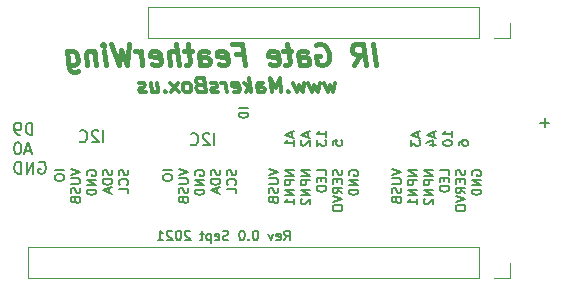
<source format=gbo>
G04 #@! TF.GenerationSoftware,KiCad,Pcbnew,(5.1.10)-1*
G04 #@! TF.CreationDate,2021-09-22T19:22:54-07:00*
G04 #@! TF.ProjectId,HW_IR Featherwing,48575f49-5220-4466-9561-746865727769,rev?*
G04 #@! TF.SameCoordinates,Original*
G04 #@! TF.FileFunction,Legend,Bot*
G04 #@! TF.FilePolarity,Positive*
%FSLAX46Y46*%
G04 Gerber Fmt 4.6, Leading zero omitted, Abs format (unit mm)*
G04 Created by KiCad (PCBNEW (5.1.10)-1) date 2021-09-22 19:22:54*
%MOMM*%
%LPD*%
G01*
G04 APERTURE LIST*
%ADD10C,0.150000*%
%ADD11C,0.437500*%
%ADD12C,0.300000*%
%ADD13C,0.120000*%
G04 APERTURE END LIST*
D10*
X74548952Y-35123428D02*
X73787047Y-35123428D01*
X74168000Y-35504380D02*
X74168000Y-34742476D01*
X30767785Y-36140380D02*
X30767785Y-35140380D01*
X30529690Y-35140380D01*
X30386833Y-35188000D01*
X30291595Y-35283238D01*
X30243976Y-35378476D01*
X30196357Y-35568952D01*
X30196357Y-35711809D01*
X30243976Y-35902285D01*
X30291595Y-35997523D01*
X30386833Y-36092761D01*
X30529690Y-36140380D01*
X30767785Y-36140380D01*
X29720166Y-36140380D02*
X29529690Y-36140380D01*
X29434452Y-36092761D01*
X29386833Y-36045142D01*
X29291595Y-35902285D01*
X29243976Y-35711809D01*
X29243976Y-35330857D01*
X29291595Y-35235619D01*
X29339214Y-35188000D01*
X29434452Y-35140380D01*
X29624928Y-35140380D01*
X29720166Y-35188000D01*
X29767785Y-35235619D01*
X29815404Y-35330857D01*
X29815404Y-35568952D01*
X29767785Y-35664190D01*
X29720166Y-35711809D01*
X29624928Y-35759428D01*
X29434452Y-35759428D01*
X29339214Y-35711809D01*
X29291595Y-35664190D01*
X29243976Y-35568952D01*
X30672547Y-37504666D02*
X30196357Y-37504666D01*
X30767785Y-37790380D02*
X30434452Y-36790380D01*
X30101119Y-37790380D01*
X29577309Y-36790380D02*
X29482071Y-36790380D01*
X29386833Y-36838000D01*
X29339214Y-36885619D01*
X29291595Y-36980857D01*
X29243976Y-37171333D01*
X29243976Y-37409428D01*
X29291595Y-37599904D01*
X29339214Y-37695142D01*
X29386833Y-37742761D01*
X29482071Y-37790380D01*
X29577309Y-37790380D01*
X29672547Y-37742761D01*
X29720166Y-37695142D01*
X29767785Y-37599904D01*
X29815404Y-37409428D01*
X29815404Y-37171333D01*
X29767785Y-36980857D01*
X29720166Y-36885619D01*
X29672547Y-36838000D01*
X29577309Y-36790380D01*
X31339214Y-38488000D02*
X31434452Y-38440380D01*
X31577309Y-38440380D01*
X31720166Y-38488000D01*
X31815404Y-38583238D01*
X31863023Y-38678476D01*
X31910642Y-38868952D01*
X31910642Y-39011809D01*
X31863023Y-39202285D01*
X31815404Y-39297523D01*
X31720166Y-39392761D01*
X31577309Y-39440380D01*
X31482071Y-39440380D01*
X31339214Y-39392761D01*
X31291595Y-39345142D01*
X31291595Y-39011809D01*
X31482071Y-39011809D01*
X30863023Y-39440380D02*
X30863023Y-38440380D01*
X30291595Y-39440380D01*
X30291595Y-38440380D01*
X29815404Y-39440380D02*
X29815404Y-38440380D01*
X29577309Y-38440380D01*
X29434452Y-38488000D01*
X29339214Y-38583238D01*
X29291595Y-38678476D01*
X29243976Y-38868952D01*
X29243976Y-39011809D01*
X29291595Y-39202285D01*
X29339214Y-39297523D01*
X29434452Y-39392761D01*
X29577309Y-39440380D01*
X29815404Y-39440380D01*
X50796904Y-39035690D02*
X51596904Y-39302357D01*
X50796904Y-39569023D01*
X50796904Y-39835690D02*
X51444523Y-39835690D01*
X51520714Y-39873785D01*
X51558809Y-39911880D01*
X51596904Y-39988071D01*
X51596904Y-40140452D01*
X51558809Y-40216642D01*
X51520714Y-40254738D01*
X51444523Y-40292833D01*
X50796904Y-40292833D01*
X51558809Y-40635690D02*
X51596904Y-40749976D01*
X51596904Y-40940452D01*
X51558809Y-41016642D01*
X51520714Y-41054738D01*
X51444523Y-41092833D01*
X51368333Y-41092833D01*
X51292142Y-41054738D01*
X51254047Y-41016642D01*
X51215952Y-40940452D01*
X51177857Y-40788071D01*
X51139761Y-40711880D01*
X51101666Y-40673785D01*
X51025476Y-40635690D01*
X50949285Y-40635690D01*
X50873095Y-40673785D01*
X50835000Y-40711880D01*
X50796904Y-40788071D01*
X50796904Y-40978547D01*
X50835000Y-41092833D01*
X51177857Y-41702357D02*
X51215952Y-41816642D01*
X51254047Y-41854738D01*
X51330238Y-41892833D01*
X51444523Y-41892833D01*
X51520714Y-41854738D01*
X51558809Y-41816642D01*
X51596904Y-41740452D01*
X51596904Y-41435690D01*
X50796904Y-41435690D01*
X50796904Y-41702357D01*
X50835000Y-41778547D01*
X50873095Y-41816642D01*
X50949285Y-41854738D01*
X51025476Y-41854738D01*
X51101666Y-41816642D01*
X51139761Y-41778547D01*
X51177857Y-41702357D01*
X51177857Y-41435690D01*
X52946904Y-39149976D02*
X52146904Y-39149976D01*
X52946904Y-39607119D01*
X52146904Y-39607119D01*
X52946904Y-39988071D02*
X52146904Y-39988071D01*
X52146904Y-40292833D01*
X52185000Y-40369023D01*
X52223095Y-40407119D01*
X52299285Y-40445214D01*
X52413571Y-40445214D01*
X52489761Y-40407119D01*
X52527857Y-40369023D01*
X52565952Y-40292833D01*
X52565952Y-39988071D01*
X52946904Y-40788071D02*
X52146904Y-40788071D01*
X52946904Y-41245214D01*
X52146904Y-41245214D01*
X52946904Y-42045214D02*
X52946904Y-41588071D01*
X52946904Y-41816642D02*
X52146904Y-41816642D01*
X52261190Y-41740452D01*
X52337380Y-41664261D01*
X52375476Y-41588071D01*
X54296904Y-39149976D02*
X53496904Y-39149976D01*
X54296904Y-39607119D01*
X53496904Y-39607119D01*
X54296904Y-39988071D02*
X53496904Y-39988071D01*
X53496904Y-40292833D01*
X53535000Y-40369023D01*
X53573095Y-40407119D01*
X53649285Y-40445214D01*
X53763571Y-40445214D01*
X53839761Y-40407119D01*
X53877857Y-40369023D01*
X53915952Y-40292833D01*
X53915952Y-39988071D01*
X54296904Y-40788071D02*
X53496904Y-40788071D01*
X54296904Y-41245214D01*
X53496904Y-41245214D01*
X53573095Y-41588071D02*
X53535000Y-41626166D01*
X53496904Y-41702357D01*
X53496904Y-41892833D01*
X53535000Y-41969023D01*
X53573095Y-42007119D01*
X53649285Y-42045214D01*
X53725476Y-42045214D01*
X53839761Y-42007119D01*
X54296904Y-41549976D01*
X54296904Y-42045214D01*
X55646904Y-39530928D02*
X55646904Y-39149976D01*
X54846904Y-39149976D01*
X55227857Y-39797595D02*
X55227857Y-40064261D01*
X55646904Y-40178547D02*
X55646904Y-39797595D01*
X54846904Y-39797595D01*
X54846904Y-40178547D01*
X55646904Y-40521404D02*
X54846904Y-40521404D01*
X54846904Y-40711880D01*
X54885000Y-40826166D01*
X54961190Y-40902357D01*
X55037380Y-40940452D01*
X55189761Y-40978547D01*
X55304047Y-40978547D01*
X55456428Y-40940452D01*
X55532619Y-40902357D01*
X55608809Y-40826166D01*
X55646904Y-40711880D01*
X55646904Y-40521404D01*
X56958809Y-39111880D02*
X56996904Y-39226166D01*
X56996904Y-39416642D01*
X56958809Y-39492833D01*
X56920714Y-39530928D01*
X56844523Y-39569023D01*
X56768333Y-39569023D01*
X56692142Y-39530928D01*
X56654047Y-39492833D01*
X56615952Y-39416642D01*
X56577857Y-39264261D01*
X56539761Y-39188071D01*
X56501666Y-39149976D01*
X56425476Y-39111880D01*
X56349285Y-39111880D01*
X56273095Y-39149976D01*
X56235000Y-39188071D01*
X56196904Y-39264261D01*
X56196904Y-39454738D01*
X56235000Y-39569023D01*
X56577857Y-39911880D02*
X56577857Y-40178547D01*
X56996904Y-40292833D02*
X56996904Y-39911880D01*
X56196904Y-39911880D01*
X56196904Y-40292833D01*
X56996904Y-41092833D02*
X56615952Y-40826166D01*
X56996904Y-40635690D02*
X56196904Y-40635690D01*
X56196904Y-40940452D01*
X56235000Y-41016642D01*
X56273095Y-41054738D01*
X56349285Y-41092833D01*
X56463571Y-41092833D01*
X56539761Y-41054738D01*
X56577857Y-41016642D01*
X56615952Y-40940452D01*
X56615952Y-40635690D01*
X56196904Y-41321404D02*
X56996904Y-41588071D01*
X56196904Y-41854738D01*
X56196904Y-42273785D02*
X56196904Y-42426166D01*
X56235000Y-42502357D01*
X56311190Y-42578547D01*
X56463571Y-42616642D01*
X56730238Y-42616642D01*
X56882619Y-42578547D01*
X56958809Y-42502357D01*
X56996904Y-42426166D01*
X56996904Y-42273785D01*
X56958809Y-42197595D01*
X56882619Y-42121404D01*
X56730238Y-42083309D01*
X56463571Y-42083309D01*
X56311190Y-42121404D01*
X56235000Y-42197595D01*
X56196904Y-42273785D01*
X57585000Y-39569023D02*
X57546904Y-39492833D01*
X57546904Y-39378547D01*
X57585000Y-39264261D01*
X57661190Y-39188071D01*
X57737380Y-39149976D01*
X57889761Y-39111880D01*
X58004047Y-39111880D01*
X58156428Y-39149976D01*
X58232619Y-39188071D01*
X58308809Y-39264261D01*
X58346904Y-39378547D01*
X58346904Y-39454738D01*
X58308809Y-39569023D01*
X58270714Y-39607119D01*
X58004047Y-39607119D01*
X58004047Y-39454738D01*
X58346904Y-39949976D02*
X57546904Y-39949976D01*
X58346904Y-40407119D01*
X57546904Y-40407119D01*
X58346904Y-40788071D02*
X57546904Y-40788071D01*
X57546904Y-40978547D01*
X57585000Y-41092833D01*
X57661190Y-41169023D01*
X57737380Y-41207119D01*
X57889761Y-41245214D01*
X58004047Y-41245214D01*
X58156428Y-41207119D01*
X58232619Y-41169023D01*
X58308809Y-41092833D01*
X58346904Y-40978547D01*
X58346904Y-40788071D01*
X42619904Y-39149976D02*
X41819904Y-39149976D01*
X41819904Y-39683309D02*
X41819904Y-39835690D01*
X41858000Y-39911880D01*
X41934190Y-39988071D01*
X42086571Y-40026166D01*
X42353238Y-40026166D01*
X42505619Y-39988071D01*
X42581809Y-39911880D01*
X42619904Y-39835690D01*
X42619904Y-39683309D01*
X42581809Y-39607119D01*
X42505619Y-39530928D01*
X42353238Y-39492833D01*
X42086571Y-39492833D01*
X41934190Y-39530928D01*
X41858000Y-39607119D01*
X41819904Y-39683309D01*
X43169904Y-39035690D02*
X43969904Y-39302357D01*
X43169904Y-39569023D01*
X43169904Y-39835690D02*
X43817523Y-39835690D01*
X43893714Y-39873785D01*
X43931809Y-39911880D01*
X43969904Y-39988071D01*
X43969904Y-40140452D01*
X43931809Y-40216642D01*
X43893714Y-40254738D01*
X43817523Y-40292833D01*
X43169904Y-40292833D01*
X43931809Y-40635690D02*
X43969904Y-40749976D01*
X43969904Y-40940452D01*
X43931809Y-41016642D01*
X43893714Y-41054738D01*
X43817523Y-41092833D01*
X43741333Y-41092833D01*
X43665142Y-41054738D01*
X43627047Y-41016642D01*
X43588952Y-40940452D01*
X43550857Y-40788071D01*
X43512761Y-40711880D01*
X43474666Y-40673785D01*
X43398476Y-40635690D01*
X43322285Y-40635690D01*
X43246095Y-40673785D01*
X43208000Y-40711880D01*
X43169904Y-40788071D01*
X43169904Y-40978547D01*
X43208000Y-41092833D01*
X43550857Y-41702357D02*
X43588952Y-41816642D01*
X43627047Y-41854738D01*
X43703238Y-41892833D01*
X43817523Y-41892833D01*
X43893714Y-41854738D01*
X43931809Y-41816642D01*
X43969904Y-41740452D01*
X43969904Y-41435690D01*
X43169904Y-41435690D01*
X43169904Y-41702357D01*
X43208000Y-41778547D01*
X43246095Y-41816642D01*
X43322285Y-41854738D01*
X43398476Y-41854738D01*
X43474666Y-41816642D01*
X43512761Y-41778547D01*
X43550857Y-41702357D01*
X43550857Y-41435690D01*
X44558000Y-39569023D02*
X44519904Y-39492833D01*
X44519904Y-39378547D01*
X44558000Y-39264261D01*
X44634190Y-39188071D01*
X44710380Y-39149976D01*
X44862761Y-39111880D01*
X44977047Y-39111880D01*
X45129428Y-39149976D01*
X45205619Y-39188071D01*
X45281809Y-39264261D01*
X45319904Y-39378547D01*
X45319904Y-39454738D01*
X45281809Y-39569023D01*
X45243714Y-39607119D01*
X44977047Y-39607119D01*
X44977047Y-39454738D01*
X45319904Y-39949976D02*
X44519904Y-39949976D01*
X45319904Y-40407119D01*
X44519904Y-40407119D01*
X45319904Y-40788071D02*
X44519904Y-40788071D01*
X44519904Y-40978547D01*
X44558000Y-41092833D01*
X44634190Y-41169023D01*
X44710380Y-41207119D01*
X44862761Y-41245214D01*
X44977047Y-41245214D01*
X45129428Y-41207119D01*
X45205619Y-41169023D01*
X45281809Y-41092833D01*
X45319904Y-40978547D01*
X45319904Y-40788071D01*
X46631809Y-39111880D02*
X46669904Y-39226166D01*
X46669904Y-39416642D01*
X46631809Y-39492833D01*
X46593714Y-39530928D01*
X46517523Y-39569023D01*
X46441333Y-39569023D01*
X46365142Y-39530928D01*
X46327047Y-39492833D01*
X46288952Y-39416642D01*
X46250857Y-39264261D01*
X46212761Y-39188071D01*
X46174666Y-39149976D01*
X46098476Y-39111880D01*
X46022285Y-39111880D01*
X45946095Y-39149976D01*
X45908000Y-39188071D01*
X45869904Y-39264261D01*
X45869904Y-39454738D01*
X45908000Y-39569023D01*
X46669904Y-39911880D02*
X45869904Y-39911880D01*
X45869904Y-40102357D01*
X45908000Y-40216642D01*
X45984190Y-40292833D01*
X46060380Y-40330928D01*
X46212761Y-40369023D01*
X46327047Y-40369023D01*
X46479428Y-40330928D01*
X46555619Y-40292833D01*
X46631809Y-40216642D01*
X46669904Y-40102357D01*
X46669904Y-39911880D01*
X46441333Y-40673785D02*
X46441333Y-41054738D01*
X46669904Y-40597595D02*
X45869904Y-40864261D01*
X46669904Y-41130928D01*
X47981809Y-39111880D02*
X48019904Y-39226166D01*
X48019904Y-39416642D01*
X47981809Y-39492833D01*
X47943714Y-39530928D01*
X47867523Y-39569023D01*
X47791333Y-39569023D01*
X47715142Y-39530928D01*
X47677047Y-39492833D01*
X47638952Y-39416642D01*
X47600857Y-39264261D01*
X47562761Y-39188071D01*
X47524666Y-39149976D01*
X47448476Y-39111880D01*
X47372285Y-39111880D01*
X47296095Y-39149976D01*
X47258000Y-39188071D01*
X47219904Y-39264261D01*
X47219904Y-39454738D01*
X47258000Y-39569023D01*
X47943714Y-40369023D02*
X47981809Y-40330928D01*
X48019904Y-40216642D01*
X48019904Y-40140452D01*
X47981809Y-40026166D01*
X47905619Y-39949976D01*
X47829428Y-39911880D01*
X47677047Y-39873785D01*
X47562761Y-39873785D01*
X47410380Y-39911880D01*
X47334190Y-39949976D01*
X47258000Y-40026166D01*
X47219904Y-40140452D01*
X47219904Y-40216642D01*
X47258000Y-40330928D01*
X47296095Y-40369023D01*
X48019904Y-41092833D02*
X48019904Y-40711880D01*
X47219904Y-40711880D01*
X52718333Y-35945261D02*
X52718333Y-36326214D01*
X52946904Y-35869071D02*
X52146904Y-36135738D01*
X52946904Y-36402404D01*
X52946904Y-37088119D02*
X52946904Y-36630976D01*
X52946904Y-36859547D02*
X52146904Y-36859547D01*
X52261190Y-36783357D01*
X52337380Y-36707166D01*
X52375476Y-36630976D01*
X54068333Y-35945261D02*
X54068333Y-36326214D01*
X54296904Y-35869071D02*
X53496904Y-36135738D01*
X54296904Y-36402404D01*
X53573095Y-36630976D02*
X53535000Y-36669071D01*
X53496904Y-36745261D01*
X53496904Y-36935738D01*
X53535000Y-37011928D01*
X53573095Y-37050023D01*
X53649285Y-37088119D01*
X53725476Y-37088119D01*
X53839761Y-37050023D01*
X54296904Y-36592880D01*
X54296904Y-37088119D01*
X55646904Y-36326214D02*
X55646904Y-35869071D01*
X55646904Y-36097642D02*
X54846904Y-36097642D01*
X54961190Y-36021452D01*
X55037380Y-35945261D01*
X55075476Y-35869071D01*
X54846904Y-36592880D02*
X54846904Y-37088119D01*
X55151666Y-36821452D01*
X55151666Y-36935738D01*
X55189761Y-37011928D01*
X55227857Y-37050023D01*
X55304047Y-37088119D01*
X55494523Y-37088119D01*
X55570714Y-37050023D01*
X55608809Y-37011928D01*
X55646904Y-36935738D01*
X55646904Y-36707166D01*
X55608809Y-36630976D01*
X55570714Y-36592880D01*
X56196904Y-37050023D02*
X56196904Y-36669071D01*
X56577857Y-36630976D01*
X56539761Y-36669071D01*
X56501666Y-36745261D01*
X56501666Y-36935738D01*
X56539761Y-37011928D01*
X56577857Y-37050023D01*
X56654047Y-37088119D01*
X56844523Y-37088119D01*
X56920714Y-37050023D01*
X56958809Y-37011928D01*
X56996904Y-36935738D01*
X56996904Y-36745261D01*
X56958809Y-36669071D01*
X56920714Y-36630976D01*
X63386333Y-35945261D02*
X63386333Y-36326214D01*
X63614904Y-35869071D02*
X62814904Y-36135738D01*
X63614904Y-36402404D01*
X62814904Y-36592880D02*
X62814904Y-37088119D01*
X63119666Y-36821452D01*
X63119666Y-36935738D01*
X63157761Y-37011928D01*
X63195857Y-37050023D01*
X63272047Y-37088119D01*
X63462523Y-37088119D01*
X63538714Y-37050023D01*
X63576809Y-37011928D01*
X63614904Y-36935738D01*
X63614904Y-36707166D01*
X63576809Y-36630976D01*
X63538714Y-36592880D01*
X64736333Y-35945261D02*
X64736333Y-36326214D01*
X64964904Y-35869071D02*
X64164904Y-36135738D01*
X64964904Y-36402404D01*
X64431571Y-37011928D02*
X64964904Y-37011928D01*
X64126809Y-36821452D02*
X64698238Y-36630976D01*
X64698238Y-37126214D01*
X66314904Y-36326214D02*
X66314904Y-35869071D01*
X66314904Y-36097642D02*
X65514904Y-36097642D01*
X65629190Y-36021452D01*
X65705380Y-35945261D01*
X65743476Y-35869071D01*
X65514904Y-36821452D02*
X65514904Y-36897642D01*
X65553000Y-36973833D01*
X65591095Y-37011928D01*
X65667285Y-37050023D01*
X65819666Y-37088119D01*
X66010142Y-37088119D01*
X66162523Y-37050023D01*
X66238714Y-37011928D01*
X66276809Y-36973833D01*
X66314904Y-36897642D01*
X66314904Y-36821452D01*
X66276809Y-36745261D01*
X66238714Y-36707166D01*
X66162523Y-36669071D01*
X66010142Y-36630976D01*
X65819666Y-36630976D01*
X65667285Y-36669071D01*
X65591095Y-36707166D01*
X65553000Y-36745261D01*
X65514904Y-36821452D01*
X66864904Y-37011928D02*
X66864904Y-36859547D01*
X66903000Y-36783357D01*
X66941095Y-36745261D01*
X67055380Y-36669071D01*
X67207761Y-36630976D01*
X67512523Y-36630976D01*
X67588714Y-36669071D01*
X67626809Y-36707166D01*
X67664904Y-36783357D01*
X67664904Y-36935738D01*
X67626809Y-37011928D01*
X67588714Y-37050023D01*
X67512523Y-37088119D01*
X67322047Y-37088119D01*
X67245857Y-37050023D01*
X67207761Y-37011928D01*
X67169666Y-36935738D01*
X67169666Y-36783357D01*
X67207761Y-36707166D01*
X67245857Y-36669071D01*
X67322047Y-36630976D01*
X46188190Y-37028380D02*
X46188190Y-36028380D01*
X45759619Y-36123619D02*
X45712000Y-36076000D01*
X45616761Y-36028380D01*
X45378666Y-36028380D01*
X45283428Y-36076000D01*
X45235809Y-36123619D01*
X45188190Y-36218857D01*
X45188190Y-36314095D01*
X45235809Y-36456952D01*
X45807238Y-37028380D01*
X45188190Y-37028380D01*
X44188190Y-36933142D02*
X44235809Y-36980761D01*
X44378666Y-37028380D01*
X44473904Y-37028380D01*
X44616761Y-36980761D01*
X44712000Y-36885523D01*
X44759619Y-36790285D01*
X44807238Y-36599809D01*
X44807238Y-36456952D01*
X44759619Y-36266476D01*
X44712000Y-36171238D01*
X44616761Y-36076000D01*
X44473904Y-36028380D01*
X44378666Y-36028380D01*
X44235809Y-36076000D01*
X44188190Y-36123619D01*
X36790190Y-36774380D02*
X36790190Y-35774380D01*
X36361619Y-35869619D02*
X36314000Y-35822000D01*
X36218761Y-35774380D01*
X35980666Y-35774380D01*
X35885428Y-35822000D01*
X35837809Y-35869619D01*
X35790190Y-35964857D01*
X35790190Y-36060095D01*
X35837809Y-36202952D01*
X36409238Y-36774380D01*
X35790190Y-36774380D01*
X34790190Y-36679142D02*
X34837809Y-36726761D01*
X34980666Y-36774380D01*
X35075904Y-36774380D01*
X35218761Y-36726761D01*
X35314000Y-36631523D01*
X35361619Y-36536285D01*
X35409238Y-36345809D01*
X35409238Y-36202952D01*
X35361619Y-36012476D01*
X35314000Y-35917238D01*
X35218761Y-35822000D01*
X35075904Y-35774380D01*
X34980666Y-35774380D01*
X34837809Y-35822000D01*
X34790190Y-35869619D01*
X52086880Y-45065904D02*
X52353547Y-44684952D01*
X52544023Y-45065904D02*
X52544023Y-44265904D01*
X52239261Y-44265904D01*
X52163071Y-44304000D01*
X52124976Y-44342095D01*
X52086880Y-44418285D01*
X52086880Y-44532571D01*
X52124976Y-44608761D01*
X52163071Y-44646857D01*
X52239261Y-44684952D01*
X52544023Y-44684952D01*
X51439261Y-45027809D02*
X51515452Y-45065904D01*
X51667833Y-45065904D01*
X51744023Y-45027809D01*
X51782119Y-44951619D01*
X51782119Y-44646857D01*
X51744023Y-44570666D01*
X51667833Y-44532571D01*
X51515452Y-44532571D01*
X51439261Y-44570666D01*
X51401166Y-44646857D01*
X51401166Y-44723047D01*
X51782119Y-44799238D01*
X51134500Y-44532571D02*
X50944023Y-45065904D01*
X50753547Y-44532571D01*
X49686880Y-44265904D02*
X49610690Y-44265904D01*
X49534500Y-44304000D01*
X49496404Y-44342095D01*
X49458309Y-44418285D01*
X49420214Y-44570666D01*
X49420214Y-44761142D01*
X49458309Y-44913523D01*
X49496404Y-44989714D01*
X49534500Y-45027809D01*
X49610690Y-45065904D01*
X49686880Y-45065904D01*
X49763071Y-45027809D01*
X49801166Y-44989714D01*
X49839261Y-44913523D01*
X49877357Y-44761142D01*
X49877357Y-44570666D01*
X49839261Y-44418285D01*
X49801166Y-44342095D01*
X49763071Y-44304000D01*
X49686880Y-44265904D01*
X49077357Y-44989714D02*
X49039261Y-45027809D01*
X49077357Y-45065904D01*
X49115452Y-45027809D01*
X49077357Y-44989714D01*
X49077357Y-45065904D01*
X48544023Y-44265904D02*
X48467833Y-44265904D01*
X48391642Y-44304000D01*
X48353547Y-44342095D01*
X48315452Y-44418285D01*
X48277357Y-44570666D01*
X48277357Y-44761142D01*
X48315452Y-44913523D01*
X48353547Y-44989714D01*
X48391642Y-45027809D01*
X48467833Y-45065904D01*
X48544023Y-45065904D01*
X48620214Y-45027809D01*
X48658309Y-44989714D01*
X48696404Y-44913523D01*
X48734500Y-44761142D01*
X48734500Y-44570666D01*
X48696404Y-44418285D01*
X48658309Y-44342095D01*
X48620214Y-44304000D01*
X48544023Y-44265904D01*
X47363071Y-45027809D02*
X47248785Y-45065904D01*
X47058309Y-45065904D01*
X46982119Y-45027809D01*
X46944023Y-44989714D01*
X46905928Y-44913523D01*
X46905928Y-44837333D01*
X46944023Y-44761142D01*
X46982119Y-44723047D01*
X47058309Y-44684952D01*
X47210690Y-44646857D01*
X47286880Y-44608761D01*
X47324976Y-44570666D01*
X47363071Y-44494476D01*
X47363071Y-44418285D01*
X47324976Y-44342095D01*
X47286880Y-44304000D01*
X47210690Y-44265904D01*
X47020214Y-44265904D01*
X46905928Y-44304000D01*
X46258309Y-45027809D02*
X46334499Y-45065904D01*
X46486880Y-45065904D01*
X46563071Y-45027809D01*
X46601166Y-44951619D01*
X46601166Y-44646857D01*
X46563071Y-44570666D01*
X46486880Y-44532571D01*
X46334499Y-44532571D01*
X46258309Y-44570666D01*
X46220214Y-44646857D01*
X46220214Y-44723047D01*
X46601166Y-44799238D01*
X45877357Y-44532571D02*
X45877357Y-45332571D01*
X45877357Y-44570666D02*
X45801166Y-44532571D01*
X45648785Y-44532571D01*
X45572595Y-44570666D01*
X45534500Y-44608761D01*
X45496404Y-44684952D01*
X45496404Y-44913523D01*
X45534500Y-44989714D01*
X45572595Y-45027809D01*
X45648785Y-45065904D01*
X45801166Y-45065904D01*
X45877357Y-45027809D01*
X45267833Y-44532571D02*
X44963071Y-44532571D01*
X45153547Y-44265904D02*
X45153547Y-44951619D01*
X45115452Y-45027809D01*
X45039261Y-45065904D01*
X44963071Y-45065904D01*
X44124976Y-44342095D02*
X44086880Y-44304000D01*
X44010690Y-44265904D01*
X43820214Y-44265904D01*
X43744023Y-44304000D01*
X43705928Y-44342095D01*
X43667833Y-44418285D01*
X43667833Y-44494476D01*
X43705928Y-44608761D01*
X44163071Y-45065904D01*
X43667833Y-45065904D01*
X43172595Y-44265904D02*
X43096404Y-44265904D01*
X43020214Y-44304000D01*
X42982119Y-44342095D01*
X42944023Y-44418285D01*
X42905928Y-44570666D01*
X42905928Y-44761142D01*
X42944023Y-44913523D01*
X42982119Y-44989714D01*
X43020214Y-45027809D01*
X43096404Y-45065904D01*
X43172595Y-45065904D01*
X43248785Y-45027809D01*
X43286880Y-44989714D01*
X43324976Y-44913523D01*
X43363071Y-44761142D01*
X43363071Y-44570666D01*
X43324976Y-44418285D01*
X43286880Y-44342095D01*
X43248785Y-44304000D01*
X43172595Y-44265904D01*
X42601166Y-44342095D02*
X42563071Y-44304000D01*
X42486880Y-44265904D01*
X42296404Y-44265904D01*
X42220214Y-44304000D01*
X42182119Y-44342095D01*
X42144023Y-44418285D01*
X42144023Y-44494476D01*
X42182119Y-44608761D01*
X42639261Y-45065904D01*
X42144023Y-45065904D01*
X41382119Y-45065904D02*
X41839261Y-45065904D01*
X41610690Y-45065904D02*
X41610690Y-44265904D01*
X41686880Y-44380190D01*
X41763071Y-44456380D01*
X41839261Y-44494476D01*
D11*
X59829859Y-30255666D02*
X59611109Y-28505666D01*
X57996526Y-30255666D02*
X58475692Y-29422333D01*
X58996526Y-30255666D02*
X58777776Y-28505666D01*
X58111109Y-28505666D01*
X57954859Y-28589000D01*
X57881942Y-28672333D01*
X57819442Y-28839000D01*
X57850692Y-29089000D01*
X57954859Y-29255666D01*
X58048609Y-29339000D01*
X58225692Y-29422333D01*
X58892359Y-29422333D01*
X54788192Y-28589000D02*
X54944442Y-28505666D01*
X55194442Y-28505666D01*
X55454859Y-28589000D01*
X55642359Y-28755666D01*
X55746526Y-28922333D01*
X55871526Y-29255666D01*
X55902776Y-29505666D01*
X55861109Y-29839000D01*
X55798609Y-30005666D01*
X55652776Y-30172333D01*
X55413192Y-30255666D01*
X55246526Y-30255666D01*
X54986109Y-30172333D01*
X54892359Y-30089000D01*
X54819442Y-29505666D01*
X55152776Y-29505666D01*
X53413192Y-30255666D02*
X53298609Y-29339000D01*
X53361109Y-29172333D01*
X53517359Y-29089000D01*
X53850692Y-29089000D01*
X54027776Y-29172333D01*
X53402776Y-30172333D02*
X53579859Y-30255666D01*
X53996526Y-30255666D01*
X54152776Y-30172333D01*
X54215276Y-30005666D01*
X54194442Y-29839000D01*
X54090276Y-29672333D01*
X53913192Y-29589000D01*
X53496526Y-29589000D01*
X53319442Y-29505666D01*
X52684026Y-29089000D02*
X52017359Y-29089000D01*
X52361109Y-28505666D02*
X52548609Y-30005666D01*
X52486109Y-30172333D01*
X52329859Y-30255666D01*
X52163192Y-30255666D01*
X50902776Y-30172333D02*
X51079859Y-30255666D01*
X51413192Y-30255666D01*
X51569442Y-30172333D01*
X51631942Y-30005666D01*
X51548609Y-29339000D01*
X51444442Y-29172333D01*
X51267359Y-29089000D01*
X50934026Y-29089000D01*
X50777776Y-29172333D01*
X50715276Y-29339000D01*
X50736109Y-29505666D01*
X51590276Y-29672333D01*
X48048609Y-29339000D02*
X48631942Y-29339000D01*
X48746526Y-30255666D02*
X48527776Y-28505666D01*
X47694442Y-28505666D01*
X46569442Y-30172333D02*
X46746526Y-30255666D01*
X47079859Y-30255666D01*
X47236109Y-30172333D01*
X47298609Y-30005666D01*
X47215276Y-29339000D01*
X47111109Y-29172333D01*
X46934026Y-29089000D01*
X46600692Y-29089000D01*
X46444442Y-29172333D01*
X46381942Y-29339000D01*
X46402776Y-29505666D01*
X47256942Y-29672333D01*
X44996526Y-30255666D02*
X44881942Y-29339000D01*
X44944442Y-29172333D01*
X45100692Y-29089000D01*
X45434026Y-29089000D01*
X45611109Y-29172333D01*
X44986109Y-30172333D02*
X45163192Y-30255666D01*
X45579859Y-30255666D01*
X45736109Y-30172333D01*
X45798609Y-30005666D01*
X45777776Y-29839000D01*
X45673609Y-29672333D01*
X45496526Y-29589000D01*
X45079859Y-29589000D01*
X44902776Y-29505666D01*
X44267359Y-29089000D02*
X43600692Y-29089000D01*
X43944442Y-28505666D02*
X44131942Y-30005666D01*
X44069442Y-30172333D01*
X43913192Y-30255666D01*
X43746526Y-30255666D01*
X43163192Y-30255666D02*
X42944442Y-28505666D01*
X42413192Y-30255666D02*
X42298609Y-29339000D01*
X42361109Y-29172333D01*
X42517359Y-29089000D01*
X42767359Y-29089000D01*
X42944442Y-29172333D01*
X43038192Y-29255666D01*
X40902776Y-30172333D02*
X41079859Y-30255666D01*
X41413192Y-30255666D01*
X41569442Y-30172333D01*
X41631942Y-30005666D01*
X41548609Y-29339000D01*
X41444442Y-29172333D01*
X41267359Y-29089000D01*
X40934026Y-29089000D01*
X40777776Y-29172333D01*
X40715276Y-29339000D01*
X40736109Y-29505666D01*
X41590276Y-29672333D01*
X40079859Y-30255666D02*
X39934026Y-29089000D01*
X39975692Y-29422333D02*
X39871526Y-29255666D01*
X39777776Y-29172333D01*
X39600692Y-29089000D01*
X39434026Y-29089000D01*
X38944442Y-28505666D02*
X38746526Y-30255666D01*
X38256942Y-29005666D01*
X38079859Y-30255666D01*
X37444442Y-28505666D01*
X36996526Y-30255666D02*
X36850692Y-29089000D01*
X36777776Y-28505666D02*
X36871526Y-28589000D01*
X36798609Y-28672333D01*
X36704859Y-28589000D01*
X36777776Y-28505666D01*
X36798609Y-28672333D01*
X36017359Y-29089000D02*
X36163192Y-30255666D01*
X36038192Y-29255666D02*
X35944442Y-29172333D01*
X35767359Y-29089000D01*
X35517359Y-29089000D01*
X35361109Y-29172333D01*
X35298609Y-29339000D01*
X35413192Y-30255666D01*
X33684026Y-29089000D02*
X33861109Y-30505666D01*
X33965276Y-30672333D01*
X34059026Y-30755666D01*
X34236109Y-30839000D01*
X34486109Y-30839000D01*
X34642359Y-30755666D01*
X33819442Y-30172333D02*
X33996526Y-30255666D01*
X34329859Y-30255666D01*
X34486109Y-30172333D01*
X34559026Y-30089000D01*
X34621526Y-29922333D01*
X34559026Y-29422333D01*
X34454859Y-29255666D01*
X34361109Y-29172333D01*
X34184026Y-29089000D01*
X33850692Y-29089000D01*
X33694442Y-29172333D01*
D12*
X56399050Y-31736142D02*
X56265122Y-32569476D01*
X55952622Y-31974238D01*
X55788931Y-32569476D01*
X55446669Y-31736142D01*
X55089526Y-31736142D02*
X54955598Y-32569476D01*
X54643098Y-31974238D01*
X54479407Y-32569476D01*
X54137145Y-31736142D01*
X53780002Y-31736142D02*
X53646074Y-32569476D01*
X53333574Y-31974238D01*
X53169883Y-32569476D01*
X52827622Y-31736142D01*
X52440717Y-32450428D02*
X52388633Y-32509952D01*
X52455598Y-32569476D01*
X52507681Y-32509952D01*
X52440717Y-32450428D01*
X52455598Y-32569476D01*
X51860360Y-32569476D02*
X51704110Y-31319476D01*
X51399050Y-32212333D01*
X50870776Y-31319476D01*
X51027026Y-32569476D01*
X49896074Y-32569476D02*
X49814229Y-31914714D01*
X49858872Y-31795666D01*
X49970479Y-31736142D01*
X50208574Y-31736142D01*
X50335062Y-31795666D01*
X49888633Y-32509952D02*
X50015122Y-32569476D01*
X50312741Y-32569476D01*
X50424348Y-32509952D01*
X50468991Y-32390904D01*
X50454110Y-32271857D01*
X50379705Y-32152809D01*
X50253217Y-32093285D01*
X49955598Y-32093285D01*
X49829110Y-32033761D01*
X49300836Y-32569476D02*
X49144586Y-31319476D01*
X49122264Y-32093285D02*
X48824645Y-32569476D01*
X48720479Y-31736142D02*
X49256193Y-32212333D01*
X47805300Y-32509952D02*
X47931788Y-32569476D01*
X48169883Y-32569476D01*
X48281491Y-32509952D01*
X48326133Y-32390904D01*
X48266610Y-31914714D01*
X48192205Y-31795666D01*
X48065717Y-31736142D01*
X47827622Y-31736142D01*
X47716014Y-31795666D01*
X47671372Y-31914714D01*
X47686252Y-32033761D01*
X48296372Y-32152809D01*
X47217502Y-32569476D02*
X47113336Y-31736142D01*
X47143098Y-31974238D02*
X47068693Y-31855190D01*
X47001729Y-31795666D01*
X46875241Y-31736142D01*
X46756193Y-31736142D01*
X46495776Y-32509952D02*
X46384169Y-32569476D01*
X46146074Y-32569476D01*
X46019586Y-32509952D01*
X45945181Y-32390904D01*
X45937741Y-32331380D01*
X45982383Y-32212333D01*
X46093991Y-32152809D01*
X46272562Y-32152809D01*
X46384169Y-32093285D01*
X46428812Y-31974238D01*
X46421372Y-31914714D01*
X46346967Y-31795666D01*
X46220479Y-31736142D01*
X46041907Y-31736142D01*
X45930300Y-31795666D01*
X44933276Y-31914714D02*
X44762145Y-31974238D01*
X44710062Y-32033761D01*
X44665419Y-32152809D01*
X44687741Y-32331380D01*
X44762145Y-32450428D01*
X44829110Y-32509952D01*
X44955598Y-32569476D01*
X45431788Y-32569476D01*
X45275538Y-31319476D01*
X44858872Y-31319476D01*
X44747264Y-31379000D01*
X44695181Y-31438523D01*
X44650538Y-31557571D01*
X44665419Y-31676619D01*
X44739824Y-31795666D01*
X44806788Y-31855190D01*
X44933276Y-31914714D01*
X45349943Y-31914714D01*
X44003217Y-32569476D02*
X44114824Y-32509952D01*
X44166907Y-32450428D01*
X44211550Y-32331380D01*
X44166907Y-31974238D01*
X44092502Y-31855190D01*
X44025538Y-31795666D01*
X43899050Y-31736142D01*
X43720479Y-31736142D01*
X43608872Y-31795666D01*
X43556788Y-31855190D01*
X43512145Y-31974238D01*
X43556788Y-32331380D01*
X43631193Y-32450428D01*
X43698157Y-32509952D01*
X43824645Y-32569476D01*
X44003217Y-32569476D01*
X43169883Y-32569476D02*
X42410955Y-31736142D01*
X43065717Y-31736142D02*
X42515122Y-32569476D01*
X42024050Y-32450428D02*
X41971967Y-32509952D01*
X42038931Y-32569476D01*
X42091014Y-32509952D01*
X42024050Y-32450428D01*
X42038931Y-32569476D01*
X40803812Y-31736142D02*
X40907979Y-32569476D01*
X41339526Y-31736142D02*
X41421372Y-32390904D01*
X41376729Y-32509952D01*
X41265122Y-32569476D01*
X41086550Y-32569476D01*
X40960062Y-32509952D01*
X40893098Y-32450428D01*
X40364824Y-32509952D02*
X40253217Y-32569476D01*
X40015122Y-32569476D01*
X39888633Y-32509952D01*
X39814229Y-32390904D01*
X39806788Y-32331380D01*
X39851431Y-32212333D01*
X39963038Y-32152809D01*
X40141610Y-32152809D01*
X40253217Y-32093285D01*
X40297860Y-31974238D01*
X40290419Y-31914714D01*
X40216014Y-31795666D01*
X40089526Y-31736142D01*
X39910955Y-31736142D01*
X39799348Y-31795666D01*
D10*
X33475904Y-39149976D02*
X32675904Y-39149976D01*
X32675904Y-39683309D02*
X32675904Y-39835690D01*
X32714000Y-39911880D01*
X32790190Y-39988071D01*
X32942571Y-40026166D01*
X33209238Y-40026166D01*
X33361619Y-39988071D01*
X33437809Y-39911880D01*
X33475904Y-39835690D01*
X33475904Y-39683309D01*
X33437809Y-39607119D01*
X33361619Y-39530928D01*
X33209238Y-39492833D01*
X32942571Y-39492833D01*
X32790190Y-39530928D01*
X32714000Y-39607119D01*
X32675904Y-39683309D01*
X34025904Y-39035690D02*
X34825904Y-39302357D01*
X34025904Y-39569023D01*
X34025904Y-39835690D02*
X34673523Y-39835690D01*
X34749714Y-39873785D01*
X34787809Y-39911880D01*
X34825904Y-39988071D01*
X34825904Y-40140452D01*
X34787809Y-40216642D01*
X34749714Y-40254738D01*
X34673523Y-40292833D01*
X34025904Y-40292833D01*
X34787809Y-40635690D02*
X34825904Y-40749976D01*
X34825904Y-40940452D01*
X34787809Y-41016642D01*
X34749714Y-41054738D01*
X34673523Y-41092833D01*
X34597333Y-41092833D01*
X34521142Y-41054738D01*
X34483047Y-41016642D01*
X34444952Y-40940452D01*
X34406857Y-40788071D01*
X34368761Y-40711880D01*
X34330666Y-40673785D01*
X34254476Y-40635690D01*
X34178285Y-40635690D01*
X34102095Y-40673785D01*
X34064000Y-40711880D01*
X34025904Y-40788071D01*
X34025904Y-40978547D01*
X34064000Y-41092833D01*
X34406857Y-41702357D02*
X34444952Y-41816642D01*
X34483047Y-41854738D01*
X34559238Y-41892833D01*
X34673523Y-41892833D01*
X34749714Y-41854738D01*
X34787809Y-41816642D01*
X34825904Y-41740452D01*
X34825904Y-41435690D01*
X34025904Y-41435690D01*
X34025904Y-41702357D01*
X34064000Y-41778547D01*
X34102095Y-41816642D01*
X34178285Y-41854738D01*
X34254476Y-41854738D01*
X34330666Y-41816642D01*
X34368761Y-41778547D01*
X34406857Y-41702357D01*
X34406857Y-41435690D01*
X35414000Y-39569023D02*
X35375904Y-39492833D01*
X35375904Y-39378547D01*
X35414000Y-39264261D01*
X35490190Y-39188071D01*
X35566380Y-39149976D01*
X35718761Y-39111880D01*
X35833047Y-39111880D01*
X35985428Y-39149976D01*
X36061619Y-39188071D01*
X36137809Y-39264261D01*
X36175904Y-39378547D01*
X36175904Y-39454738D01*
X36137809Y-39569023D01*
X36099714Y-39607119D01*
X35833047Y-39607119D01*
X35833047Y-39454738D01*
X36175904Y-39949976D02*
X35375904Y-39949976D01*
X36175904Y-40407119D01*
X35375904Y-40407119D01*
X36175904Y-40788071D02*
X35375904Y-40788071D01*
X35375904Y-40978547D01*
X35414000Y-41092833D01*
X35490190Y-41169023D01*
X35566380Y-41207119D01*
X35718761Y-41245214D01*
X35833047Y-41245214D01*
X35985428Y-41207119D01*
X36061619Y-41169023D01*
X36137809Y-41092833D01*
X36175904Y-40978547D01*
X36175904Y-40788071D01*
X37487809Y-39111880D02*
X37525904Y-39226166D01*
X37525904Y-39416642D01*
X37487809Y-39492833D01*
X37449714Y-39530928D01*
X37373523Y-39569023D01*
X37297333Y-39569023D01*
X37221142Y-39530928D01*
X37183047Y-39492833D01*
X37144952Y-39416642D01*
X37106857Y-39264261D01*
X37068761Y-39188071D01*
X37030666Y-39149976D01*
X36954476Y-39111880D01*
X36878285Y-39111880D01*
X36802095Y-39149976D01*
X36764000Y-39188071D01*
X36725904Y-39264261D01*
X36725904Y-39454738D01*
X36764000Y-39569023D01*
X37525904Y-39911880D02*
X36725904Y-39911880D01*
X36725904Y-40102357D01*
X36764000Y-40216642D01*
X36840190Y-40292833D01*
X36916380Y-40330928D01*
X37068761Y-40369023D01*
X37183047Y-40369023D01*
X37335428Y-40330928D01*
X37411619Y-40292833D01*
X37487809Y-40216642D01*
X37525904Y-40102357D01*
X37525904Y-39911880D01*
X37297333Y-40673785D02*
X37297333Y-41054738D01*
X37525904Y-40597595D02*
X36725904Y-40864261D01*
X37525904Y-41130928D01*
X38837809Y-39111880D02*
X38875904Y-39226166D01*
X38875904Y-39416642D01*
X38837809Y-39492833D01*
X38799714Y-39530928D01*
X38723523Y-39569023D01*
X38647333Y-39569023D01*
X38571142Y-39530928D01*
X38533047Y-39492833D01*
X38494952Y-39416642D01*
X38456857Y-39264261D01*
X38418761Y-39188071D01*
X38380666Y-39149976D01*
X38304476Y-39111880D01*
X38228285Y-39111880D01*
X38152095Y-39149976D01*
X38114000Y-39188071D01*
X38075904Y-39264261D01*
X38075904Y-39454738D01*
X38114000Y-39569023D01*
X38799714Y-40369023D02*
X38837809Y-40330928D01*
X38875904Y-40216642D01*
X38875904Y-40140452D01*
X38837809Y-40026166D01*
X38761619Y-39949976D01*
X38685428Y-39911880D01*
X38533047Y-39873785D01*
X38418761Y-39873785D01*
X38266380Y-39911880D01*
X38190190Y-39949976D01*
X38114000Y-40026166D01*
X38075904Y-40140452D01*
X38075904Y-40216642D01*
X38114000Y-40330928D01*
X38152095Y-40369023D01*
X38875904Y-41092833D02*
X38875904Y-40711880D01*
X38075904Y-40711880D01*
X61210904Y-39035690D02*
X62010904Y-39302357D01*
X61210904Y-39569023D01*
X61210904Y-39835690D02*
X61858523Y-39835690D01*
X61934714Y-39873785D01*
X61972809Y-39911880D01*
X62010904Y-39988071D01*
X62010904Y-40140452D01*
X61972809Y-40216642D01*
X61934714Y-40254738D01*
X61858523Y-40292833D01*
X61210904Y-40292833D01*
X61972809Y-40635690D02*
X62010904Y-40749976D01*
X62010904Y-40940452D01*
X61972809Y-41016642D01*
X61934714Y-41054738D01*
X61858523Y-41092833D01*
X61782333Y-41092833D01*
X61706142Y-41054738D01*
X61668047Y-41016642D01*
X61629952Y-40940452D01*
X61591857Y-40788071D01*
X61553761Y-40711880D01*
X61515666Y-40673785D01*
X61439476Y-40635690D01*
X61363285Y-40635690D01*
X61287095Y-40673785D01*
X61249000Y-40711880D01*
X61210904Y-40788071D01*
X61210904Y-40978547D01*
X61249000Y-41092833D01*
X61591857Y-41702357D02*
X61629952Y-41816642D01*
X61668047Y-41854738D01*
X61744238Y-41892833D01*
X61858523Y-41892833D01*
X61934714Y-41854738D01*
X61972809Y-41816642D01*
X62010904Y-41740452D01*
X62010904Y-41435690D01*
X61210904Y-41435690D01*
X61210904Y-41702357D01*
X61249000Y-41778547D01*
X61287095Y-41816642D01*
X61363285Y-41854738D01*
X61439476Y-41854738D01*
X61515666Y-41816642D01*
X61553761Y-41778547D01*
X61591857Y-41702357D01*
X61591857Y-41435690D01*
X63360904Y-39149976D02*
X62560904Y-39149976D01*
X63360904Y-39607119D01*
X62560904Y-39607119D01*
X63360904Y-39988071D02*
X62560904Y-39988071D01*
X62560904Y-40292833D01*
X62599000Y-40369023D01*
X62637095Y-40407119D01*
X62713285Y-40445214D01*
X62827571Y-40445214D01*
X62903761Y-40407119D01*
X62941857Y-40369023D01*
X62979952Y-40292833D01*
X62979952Y-39988071D01*
X63360904Y-40788071D02*
X62560904Y-40788071D01*
X63360904Y-41245214D01*
X62560904Y-41245214D01*
X63360904Y-42045214D02*
X63360904Y-41588071D01*
X63360904Y-41816642D02*
X62560904Y-41816642D01*
X62675190Y-41740452D01*
X62751380Y-41664261D01*
X62789476Y-41588071D01*
X64710904Y-39149976D02*
X63910904Y-39149976D01*
X64710904Y-39607119D01*
X63910904Y-39607119D01*
X64710904Y-39988071D02*
X63910904Y-39988071D01*
X63910904Y-40292833D01*
X63949000Y-40369023D01*
X63987095Y-40407119D01*
X64063285Y-40445214D01*
X64177571Y-40445214D01*
X64253761Y-40407119D01*
X64291857Y-40369023D01*
X64329952Y-40292833D01*
X64329952Y-39988071D01*
X64710904Y-40788071D02*
X63910904Y-40788071D01*
X64710904Y-41245214D01*
X63910904Y-41245214D01*
X63987095Y-41588071D02*
X63949000Y-41626166D01*
X63910904Y-41702357D01*
X63910904Y-41892833D01*
X63949000Y-41969023D01*
X63987095Y-42007119D01*
X64063285Y-42045214D01*
X64139476Y-42045214D01*
X64253761Y-42007119D01*
X64710904Y-41549976D01*
X64710904Y-42045214D01*
X66060904Y-39530928D02*
X66060904Y-39149976D01*
X65260904Y-39149976D01*
X65641857Y-39797595D02*
X65641857Y-40064261D01*
X66060904Y-40178547D02*
X66060904Y-39797595D01*
X65260904Y-39797595D01*
X65260904Y-40178547D01*
X66060904Y-40521404D02*
X65260904Y-40521404D01*
X65260904Y-40711880D01*
X65299000Y-40826166D01*
X65375190Y-40902357D01*
X65451380Y-40940452D01*
X65603761Y-40978547D01*
X65718047Y-40978547D01*
X65870428Y-40940452D01*
X65946619Y-40902357D01*
X66022809Y-40826166D01*
X66060904Y-40711880D01*
X66060904Y-40521404D01*
X67372809Y-39111880D02*
X67410904Y-39226166D01*
X67410904Y-39416642D01*
X67372809Y-39492833D01*
X67334714Y-39530928D01*
X67258523Y-39569023D01*
X67182333Y-39569023D01*
X67106142Y-39530928D01*
X67068047Y-39492833D01*
X67029952Y-39416642D01*
X66991857Y-39264261D01*
X66953761Y-39188071D01*
X66915666Y-39149976D01*
X66839476Y-39111880D01*
X66763285Y-39111880D01*
X66687095Y-39149976D01*
X66649000Y-39188071D01*
X66610904Y-39264261D01*
X66610904Y-39454738D01*
X66649000Y-39569023D01*
X66991857Y-39911880D02*
X66991857Y-40178547D01*
X67410904Y-40292833D02*
X67410904Y-39911880D01*
X66610904Y-39911880D01*
X66610904Y-40292833D01*
X67410904Y-41092833D02*
X67029952Y-40826166D01*
X67410904Y-40635690D02*
X66610904Y-40635690D01*
X66610904Y-40940452D01*
X66649000Y-41016642D01*
X66687095Y-41054738D01*
X66763285Y-41092833D01*
X66877571Y-41092833D01*
X66953761Y-41054738D01*
X66991857Y-41016642D01*
X67029952Y-40940452D01*
X67029952Y-40635690D01*
X66610904Y-41321404D02*
X67410904Y-41588071D01*
X66610904Y-41854738D01*
X66610904Y-42273785D02*
X66610904Y-42426166D01*
X66649000Y-42502357D01*
X66725190Y-42578547D01*
X66877571Y-42616642D01*
X67144238Y-42616642D01*
X67296619Y-42578547D01*
X67372809Y-42502357D01*
X67410904Y-42426166D01*
X67410904Y-42273785D01*
X67372809Y-42197595D01*
X67296619Y-42121404D01*
X67144238Y-42083309D01*
X66877571Y-42083309D01*
X66725190Y-42121404D01*
X66649000Y-42197595D01*
X66610904Y-42273785D01*
X67999000Y-39569023D02*
X67960904Y-39492833D01*
X67960904Y-39378547D01*
X67999000Y-39264261D01*
X68075190Y-39188071D01*
X68151380Y-39149976D01*
X68303761Y-39111880D01*
X68418047Y-39111880D01*
X68570428Y-39149976D01*
X68646619Y-39188071D01*
X68722809Y-39264261D01*
X68760904Y-39378547D01*
X68760904Y-39454738D01*
X68722809Y-39569023D01*
X68684714Y-39607119D01*
X68418047Y-39607119D01*
X68418047Y-39454738D01*
X68760904Y-39949976D02*
X67960904Y-39949976D01*
X68760904Y-40407119D01*
X67960904Y-40407119D01*
X68760904Y-40788071D02*
X67960904Y-40788071D01*
X67960904Y-40978547D01*
X67999000Y-41092833D01*
X68075190Y-41169023D01*
X68151380Y-41207119D01*
X68303761Y-41245214D01*
X68418047Y-41245214D01*
X68570428Y-41207119D01*
X68646619Y-41169023D01*
X68722809Y-41092833D01*
X68760904Y-40978547D01*
X68760904Y-40788071D01*
D13*
X71180000Y-28000000D02*
X71180000Y-26670000D01*
X69850000Y-28000000D02*
X71180000Y-28000000D01*
X68580000Y-28000000D02*
X68580000Y-25340000D01*
X68580000Y-25340000D02*
X40580000Y-25340000D01*
X68580000Y-28000000D02*
X40580000Y-28000000D01*
X40580000Y-28000000D02*
X40580000Y-25340000D01*
X71180000Y-48320000D02*
X71180000Y-46990000D01*
X69850000Y-48320000D02*
X71180000Y-48320000D01*
X68580000Y-48320000D02*
X68580000Y-45660000D01*
X68580000Y-45660000D02*
X30420000Y-45660000D01*
X68580000Y-48320000D02*
X30420000Y-48320000D01*
X30420000Y-48320000D02*
X30420000Y-45660000D01*
D10*
X49036904Y-33890000D02*
X48236904Y-33890000D01*
X49036904Y-34270952D02*
X48236904Y-34270952D01*
X48236904Y-34461428D01*
X48275000Y-34575714D01*
X48351190Y-34651904D01*
X48427380Y-34690000D01*
X48579761Y-34728095D01*
X48694047Y-34728095D01*
X48846428Y-34690000D01*
X48922619Y-34651904D01*
X48998809Y-34575714D01*
X49036904Y-34461428D01*
X49036904Y-34270952D01*
M02*

</source>
